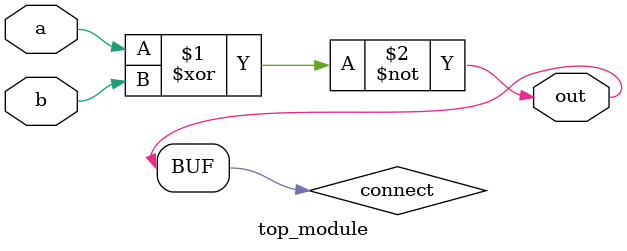
<source format=v>
module top_module( 
    input a, 
    input b, 
    output out );
wire connect;
xnor(connect,a,b);
assign out = connect; 
endmodule

</source>
